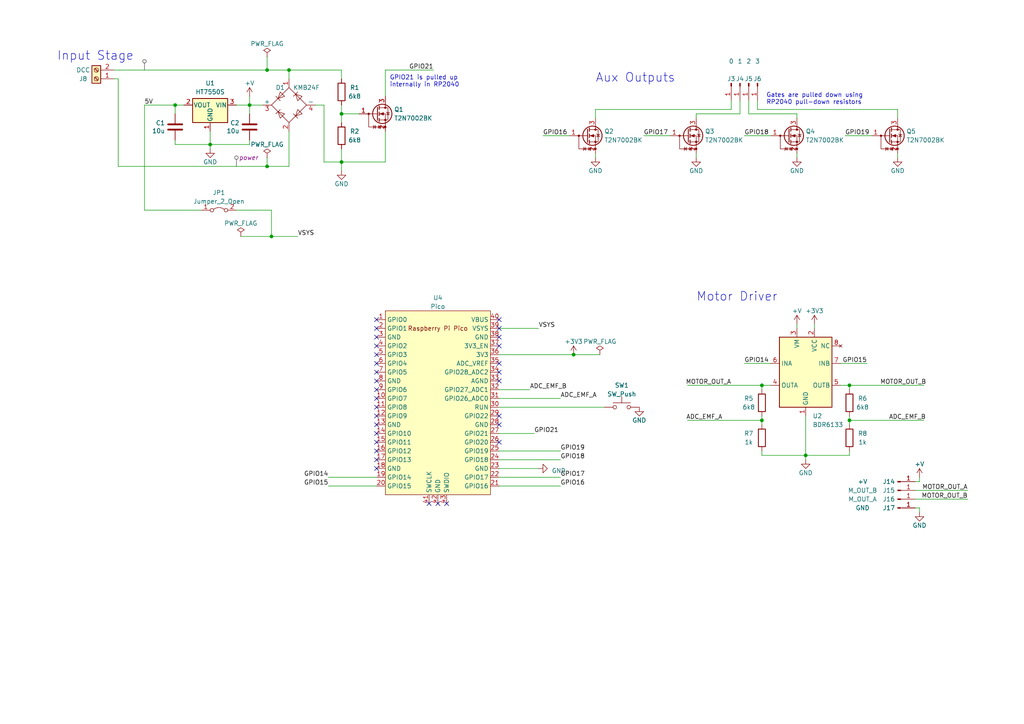
<source format=kicad_sch>
(kicad_sch (version 20230121) (generator eeschema)
  (paper "A4")
  (title_block (title "Pico DCC Decoder") (date "2024-10-26") (rev "2.0"))
  (lib_symbols
    (symbol "+3V3_1" (power) (pin_names (offset 0))
      (property "Value" "+3V3_1" (at 0 3.556 0))
      (symbol "+3V3_1_0_1"
        (polyline (pts (xy -0.762 1.27) (xy 0 2.54)))
        (polyline (pts (xy 0 0) (xy 0 2.54)))
        (polyline (pts (xy 0 2.54) (xy 0.762 1.27)))
      )
      (symbol "+3V3_1_1_1"
        (pin power_in line (at 0 0 90) (length 0) hide (name "+3V3") (number "1"))
      )
    )
    (symbol "Connector:Conn_01x01_Male" (pin_names (offset 1.016) hide)
      (property "Reference" "J" (at 0 2.54 0))
      (property "Value" "Conn_01x01_Male" (at 0 -2.54 0))
      (symbol "Conn_01x01_Male_1_1"
        (polyline (pts (xy 1.27 0) (xy 0.8636 0)) (stroke (width 0.1524)))
        (rectangle (start 0.8636 0.127) (end 0 -0.127) (stroke (width 0.1524)) (fill (type outline)))
        (pin passive line (at 5.08 0 180) (length 3.81) (name "Pin_1") (number "1"))
      )
    )
    (symbol "Connector:Screw_Terminal_01x02" (pin_names (offset 1.016) hide)
      (property "Reference" "J" (at 0 2.54 0))
      (property "Value" "Screw_Terminal_01x02" (at 0 -5.08 0))
      (symbol "Screw_Terminal_01x02_1_1"
        (rectangle (start -1.27 1.27) (end 1.27 -3.81) (stroke (width 0.254)) (fill (type background)))
        (circle (center 0 -2.54) (radius 0.635) (stroke (width 0.1524)))
        (polyline (pts (xy -0.5334 -2.2098) (xy 0.3302 -3.048)) (stroke (width 0.1524)))
        (polyline (pts (xy -0.5334 0.3302) (xy 0.3302 -0.508)) (stroke (width 0.1524)))
        (polyline (pts (xy -0.3556 -2.032) (xy 0.508 -2.8702)) (stroke (width 0.1524)))
        (polyline (pts (xy -0.3556 0.508) (xy 0.508 -0.3302)) (stroke (width 0.1524)))
        (circle (center 0 0) (radius 0.635) (stroke (width 0.1524)))
        (pin passive line (at -5.08 0 0) (length 3.81) (name "Pin_1") (number "1"))
        (pin passive line (at -5.08 -2.54 0) (length 3.81) (name "Pin_2") (number "2"))
      )
    )
    (symbol "Device:C" (pin_numbers hide) (pin_names (offset 0.254))
      (property "Reference" "C" (at 0.635 2.54 0))
      (property "Value" "C" (at 0.635 -2.54 0))
      (symbol "C_0_1"
        (polyline (pts (xy -2.032 -0.762) (xy 2.032 -0.762)) (stroke (width 0.508)))
        (polyline (pts (xy -2.032 0.762) (xy 2.032 0.762)) (stroke (width 0.508)))
      )
      (symbol "C_1_1"
        (pin passive line (at 0 3.81 270) (length 2.794) (name "~") (number "1"))
        (pin passive line (at 0 -3.81 90) (length 2.794) (name "~") (number "2"))
      )
    )
    (symbol "Device:R" (pin_numbers hide) (pin_names (offset 0))
      (property "Reference" "R" (at 2.032 0 90))
      (property "Value" "R" (at 0 0 90))
      (symbol "R_0_1"
        (rectangle (start -1.016 -2.54) (end 1.016 2.54) (stroke (width 0.254)))
      )
      (symbol "R_1_1"
        (pin passive line (at 0 3.81 270) (length 1.27) (name "~") (number "1"))
        (pin passive line (at 0 -3.81 90) (length 1.27) (name "~") (number "2"))
      )
    )
    (symbol "GND_1" (power) (pin_names (offset 0))
      (property "Value" "GND_1" (at 0 -3.81 0))
      (symbol "GND_1_0_1"
        (polyline (pts (xy 0 0) (xy 0 -1.27) (xy 1.27 -1.27) (xy 0 -2.54) (xy -1.27 -1.27) (xy 0 -1.27)))
      )
      (symbol "GND_1_1_1"
        (pin power_in line (at 0 0 270) (length 0) hide (name "GND") (number "1"))
      )
    )
    (symbol "Jumper:Jumper_2_Bridged" (pin_names (offset 0) hide)
      (property "Reference" "JP" (at 0 1.905 0))
      (property "Value" "Jumper_2_Bridged" (at 0 -2.54 0))
      (symbol "Jumper_2_Bridged_0_0"
        (circle (center -2.032 0) (radius 0.508))
        (circle (center 2.032 0) (radius 0.508))
      )
      (symbol "Jumper_2_Bridged_0_1"
        (arc (start 1.524 0.254) (mid 0 0.762) (end -1.524 0.254))
      )
      (symbol "Jumper_2_Bridged_1_1"
        (pin passive line (at -5.08 0 0) (length 2.54) (name "A") (number "1"))
        (pin passive line (at 5.08 0 180) (length 2.54) (name "B") (number "2"))
      )
    )
    (symbol "MCU_RaspberryPi_and_Boards:Pico"
      (property "Reference" "U" (at -13.97 27.94 0))
      (property "Value" "Pico" (at 0 19.05 0))
      (symbol "Pico_0_0"
        (text "Raspberry Pi Pico" (at 0 21.59 0) (effects (font (size 1.27 1.27))))
      )
      (symbol "Pico_0_1"
        (rectangle (start -15.24 26.67) (end 15.24 -26.67) (fill (type background)))
      )
      (symbol "Pico_1_1"
        (pin bidirectional line (at -17.78 24.13 0) (length 2.54) (name "GPIO0") (number "1"))
        (pin bidirectional line (at -17.78 1.27 0) (length 2.54) (name "GPIO7") (number "10"))
        (pin bidirectional line (at -17.78 -1.27 0) (length 2.54) (name "GPIO8") (number "11"))
        (pin bidirectional line (at -17.78 -3.81 0) (length 2.54) (name "GPIO9") (number "12"))
        (pin power_in line (at -17.78 -6.35 0) (length 2.54) (name "GND") (number "13"))
        (pin bidirectional line (at -17.78 -8.89 0) (length 2.54) (name "GPIO10") (number "14"))
        (pin bidirectional line (at -17.78 -11.43 0) (length 2.54) (name "GPIO11") (number "15"))
        (pin bidirectional line (at -17.78 -13.97 0) (length 2.54) (name "GPIO12") (number "16"))
        (pin bidirectional line (at -17.78 -16.51 0) (length 2.54) (name "GPIO13") (number "17"))
        (pin power_in line (at -17.78 -19.05 0) (length 2.54) (name "GND") (number "18"))
        (pin bidirectional line (at -17.78 -21.59 0) (length 2.54) (name "GPIO14") (number "19"))
        (pin bidirectional line (at -17.78 21.59 0) (length 2.54) (name "GPIO1") (number "2"))
        (pin bidirectional line (at -17.78 -24.13 0) (length 2.54) (name "GPIO15") (number "20"))
        (pin bidirectional line (at 17.78 -24.13 180) (length 2.54) (name "GPIO16") (number "21"))
        (pin bidirectional line (at 17.78 -21.59 180) (length 2.54) (name "GPIO17") (number "22"))
        (pin power_in line (at 17.78 -19.05 180) (length 2.54) (name "GND") (number "23"))
        (pin bidirectional line (at 17.78 -16.51 180) (length 2.54) (name "GPIO18") (number "24"))
        (pin bidirectional line (at 17.78 -13.97 180) (length 2.54) (name "GPIO19") (number "25"))
        (pin bidirectional line (at 17.78 -11.43 180) (length 2.54) (name "GPIO20") (number "26"))
        (pin bidirectional line (at 17.78 -8.89 180) (length 2.54) (name "GPIO21") (number "27"))
        (pin power_in line (at 17.78 -6.35 180) (length 2.54) (name "GND") (number "28"))
        (pin bidirectional line (at 17.78 -3.81 180) (length 2.54) (name "GPIO22") (number "29"))
        (pin power_in line (at -17.78 19.05 0) (length 2.54) (name "GND") (number "3"))
        (pin input line (at 17.78 -1.27 180) (length 2.54) (name "RUN") (number "30"))
        (pin bidirectional line (at 17.78 1.27 180) (length 2.54) (name "GPIO26_ADC0") (number "31"))
        (pin bidirectional line (at 17.78 3.81 180) (length 2.54) (name "GPIO27_ADC1") (number "32"))
        (pin power_in line (at 17.78 6.35 180) (length 2.54) (name "AGND") (number "33"))
        (pin bidirectional line (at 17.78 8.89 180) (length 2.54) (name "GPIO28_ADC2") (number "34"))
        (pin power_in line (at 17.78 11.43 180) (length 2.54) (name "ADC_VREF") (number "35"))
        (pin power_in line (at 17.78 13.97 180) (length 2.54) (name "3V3") (number "36"))
        (pin input line (at 17.78 16.51 180) (length 2.54) (name "3V3_EN") (number "37"))
        (pin bidirectional line (at 17.78 19.05 180) (length 2.54) (name "GND") (number "38"))
        (pin power_in line (at 17.78 21.59 180) (length 2.54) (name "VSYS") (number "39"))
        (pin bidirectional line (at -17.78 16.51 0) (length 2.54) (name "GPIO2") (number "4"))
        (pin power_in line (at 17.78 24.13 180) (length 2.54) (name "VBUS") (number "40"))
        (pin input line (at -2.54 -29.21 90) (length 2.54) (name "SWCLK") (number "41"))
        (pin power_in line (at 0 -29.21 90) (length 2.54) (name "GND") (number "42"))
        (pin bidirectional line (at 2.54 -29.21 90) (length 2.54) (name "SWDIO") (number "43"))
        (pin bidirectional line (at -17.78 13.97 0) (length 2.54) (name "GPIO3") (number "5"))
        (pin bidirectional line (at -17.78 11.43 0) (length 2.54) (name "GPIO4") (number "6"))
        (pin bidirectional line (at -17.78 8.89 0) (length 2.54) (name "GPIO5") (number "7"))
        (pin power_in line (at -17.78 6.35 0) (length 2.54) (name "GND") (number "8"))
        (pin bidirectional line (at -17.78 3.81 0) (length 2.54) (name "GPIO6") (number "9"))
      )
    )
    (symbol "RP2040-Decoder_Additional_Symbols:+V" (power) (pin_names (offset 0))
      (property "Value" "+V" (at 0 3.556 0))
      (symbol "+V_0_1"
        (polyline (pts (xy -0.762 1.27) (xy 0 2.54)))
        (polyline (pts (xy 0 0) (xy 0 2.54)))
        (polyline (pts (xy 0 2.54) (xy 0.762 1.27)))
      )
      (symbol "+V_1_1"
        (pin power_in line (at 0 0 90) (length 0) hide (name "+V") (number "1"))
      )
    )
    (symbol "RP2040-Decoder_Additional_Symbols:BDR6133"
      (property "Reference" "U" (at 6.35 11.43 0))
      (property "Value" "BDR6133" (at -10.16 11.43 0))
      (symbol "BDR6133_0_1"
        (rectangle (start -7.62 10.16) (end 7.62 -10.16) (stroke (width 0.254)) (fill (type background)))
      )
      (symbol "BDR6133_1_1"
        (pin power_in line (at 0 -12.7 90) (length 2.54) (name "GND") (number "1"))
        (pin power_in line (at 2.54 12.7 270) (length 2.54) (name "VCC") (number "2"))
        (pin power_in line (at -2.54 12.7 270) (length 2.54) (name "VM") (number "3"))
        (pin output line (at -10.16 -3.81 0) (length 2.54) (name "OUTA") (number "4"))
        (pin output line (at 10.16 -3.81 180) (length 2.54) (name "OUTB") (number "5"))
        (pin input line (at -10.16 2.54 0) (length 2.54) (name "INA") (number "6"))
        (pin input line (at 10.16 2.54 180) (length 2.54) (name "INB") (number "7"))
        (pin no_connect line (at 10.16 7.62 180) (length 2.54) (name "NC") (number "8"))
        (pin passive line (at 0 -12.7 90) (length 2.54) hide (name "GND") (number "9"))
      )
    )
    (symbol "RP2040-Decoder_Additional_Symbols:HT7533S" (pin_names (offset 0.254))
      (property "Reference" "U" (at -3.81 3.175 0))
      (property "Value" "HT7533S" (at 0 3.175 0))
      (symbol "HT7533S_0_1"
        (rectangle (start -5.08 1.905) (end 5.08 -5.08) (stroke (width 0.254)) (fill (type background)))
      )
      (symbol "HT7533S_1_1"
        (pin power_in line (at 0 -7.62 90) (length 2.54) (name "GND") (number "1"))
        (pin power_out line (at 7.62 0 180) (length 2.54) (name "VOUT") (number "2"))
        (pin power_in line (at -7.62 0 0) (length 2.54) (name "VIN") (number "3"))
      )
    )
    (symbol "RP2040-Decoder_Additional_Symbols:KMB24F" (pin_names (offset 0))
      (property "Reference" "D" (at 2.54 6.985 0))
      (property "Value" "KMB24F" (at 2.54 5.08 0))
      (symbol "KMB24F_0_1"
        (polyline (pts (xy -2.54 3.81) (xy -1.27 2.54)))
        (polyline (pts (xy -1.27 -2.54) (xy -2.54 -3.81)))
        (polyline (pts (xy 2.54 -1.27) (xy 3.81 -2.54)))
        (polyline (pts (xy 2.54 1.27) (xy 3.81 2.54)))
        (polyline (pts (xy -3.81 2.54) (xy -2.54 1.27) (xy -1.905 3.175) (xy -3.81 2.54)))
        (polyline (pts (xy -2.54 -1.27) (xy -3.81 -2.54) (xy -1.905 -3.175) (xy -2.54 -1.27)))
        (polyline (pts (xy 1.27 2.54) (xy 2.54 3.81) (xy 3.175 1.905) (xy 1.27 2.54)))
        (polyline (pts (xy 3.175 -1.905) (xy 1.27 -2.54) (xy 2.54 -3.81) (xy 3.175 -1.905)))
        (polyline (pts (xy -5.08 0) (xy 0 -5.08) (xy 5.08 0) (xy 0 5.08) (xy -5.08 0)))
      )
      (symbol "KMB24F_1_1"
        (pin power_in line (at 0 -7.62 90) (length 2.54) (name "~") (number "1"))
        (pin power_in line (at 0 7.62 270) (length 2.54) (name "~") (number "2"))
        (pin power_out line (at 7.62 0 180) (length 2.54) (name "+") (number "3"))
        (pin power_out line (at -7.62 0 0) (length 2.54) (name "-") (number "4"))
      )
    )
    (symbol "RP2040-Decoder_Additional_Symbols:T2N7002BK" (pin_names (offset 0) hide)
      (property "Reference" "Q" (at 5.08 1.905 0))
      (property "Value" "T2N7002BK" (at 5.08 0 0))
      (symbol "T2N7002BK_0_1"
        (polyline (pts (xy 2.54 -3.81) (xy -2.286 -3.81) (xy -2.286 0)))
      )
      (symbol "T2N7002BK_1_1"
        (circle (center -2.286 0) (radius 0.254) (fill (type outline)))
        (polyline (pts (xy 0.254 0) (xy -2.54 0)))
        (polyline (pts (xy 0.254 1.905) (xy 0.254 -1.905)) (stroke (width 0.254)))
        (polyline (pts (xy 0.762 -1.27) (xy 0.762 -2.286)) (stroke (width 0.254)))
        (polyline (pts (xy 0.762 0.508) (xy 0.762 -0.508)) (stroke (width 0.254)))
        (polyline (pts (xy 0.762 2.286) (xy 0.762 1.27)) (stroke (width 0.254)))
        (polyline (pts (xy 2.54 2.54) (xy 2.54 1.778)))
        (polyline (pts (xy 2.54 -2.54) (xy 2.54 0) (xy 0.762 0)))
        (polyline (pts (xy -1.016 -4.318) (xy -0.889 -4.191) (xy -0.889 -3.429) (xy -0.762 -3.302)))
        (polyline (pts (xy -0.889 -3.81) (xy -0.254 -4.191) (xy -0.254 -3.429) (xy -0.889 -3.81)))
        (polyline (pts (xy 0.762 -1.778) (xy 3.302 -1.778) (xy 3.302 1.778) (xy 0.762 1.778)))
        (polyline (pts (xy 1.016 0) (xy 2.032 0.381) (xy 2.032 -0.381) (xy 1.016 0)) (fill (type outline)))
        (polyline (pts (xy 1.143 -3.81) (xy 0.508 -3.429) (xy 0.508 -4.191) (xy 1.143 -3.81)))
        (polyline (pts (xy 1.27 -3.302) (xy 1.143 -3.429) (xy 1.143 -4.191) (xy 1.016 -4.318)))
        (polyline (pts (xy 2.794 0.508) (xy 2.921 0.381) (xy 3.683 0.381) (xy 3.81 0.254)))
        (polyline (pts (xy 3.302 0.381) (xy 2.921 -0.254) (xy 3.683 -0.254) (xy 3.302 0.381)))
        (circle (center 1.651 0) (radius 2.794) (stroke (width 0.254)))
        (circle (center 2.54 -3.81) (radius 0.254) (fill (type outline)))
        (circle (center 2.54 -1.778) (radius 0.254) (fill (type outline)))
        (circle (center 2.54 1.778) (radius 0.254) (fill (type outline)))
        (pin input line (at -5.08 0 0) (length 2.54) (name "G") (number "1"))
        (pin passive line (at 2.54 -5.08 90) (length 2.54) (name "S") (number "2"))
        (pin passive line (at 2.54 5.08 270) (length 2.54) (name "D") (number "3"))
      )
    )
    (symbol "Switch:SW_Push" (pin_numbers hide) (pin_names (offset 1.016) hide)
      (property "Reference" "SW" (at 1.27 2.54 0))
      (property "Value" "SW_Push" (at 0 -1.524 0))
      (symbol "SW_Push_0_1"
        (circle (center -2.032 0) (radius 0.508))
        (polyline (pts (xy 0 1.27) (xy 0 3.048)))
        (polyline (pts (xy 2.54 1.27) (xy -2.54 1.27)))
        (circle (center 2.032 0) (radius 0.508))
        (pin passive line (at -5.08 0 0) (length 2.54) (name "1") (number "1"))
        (pin passive line (at 5.08 0 180) (length 2.54) (name "2") (number "2"))
      )
    )
    (symbol "power:+3V3" (power) (pin_names (offset 0))
      (property "Value" "+3V3" (at 0 3.556 0))
      (symbol "+3V3_0_1"
        (polyline (pts (xy -0.762 1.27) (xy 0 2.54)))
        (polyline (pts (xy 0 0) (xy 0 2.54)))
        (polyline (pts (xy 0 2.54) (xy 0.762 1.27)))
      )
      (symbol "+3V3_1_1"
        (pin power_in line (at 0 0 90) (length 0) hide (name "+3V3") (number "1"))
      )
    )
    (symbol "power:GND" (power) (pin_names (offset 0))
      (property "Value" "GND" (at 0 -3.81 0))
      (symbol "GND_0_1"
        (polyline (pts (xy 0 0) (xy 0 -1.27) (xy 1.27 -1.27) (xy 0 -2.54) (xy -1.27 -1.27) (xy 0 -1.27)))
      )
      (symbol "GND_1_1"
        (pin power_in line (at 0 0 270) (length 0) hide (name "GND") (number "1"))
      )
    )
    (symbol "power:PWR_FLAG" (power) (pin_numbers hide) (pin_names (offset 0) hide)
      (property "Value" "PWR_FLAG" (at 0 3.81 0))
      (symbol "PWR_FLAG_0_0"
        (pin power_out line (at 0 0 90) (length 0) (name "pwr") (number "1"))
      )
      (symbol "PWR_FLAG_0_1"
        (polyline (pts (xy 0 0) (xy 0 1.27) (xy -1.016 1.905) (xy 0 2.54) (xy 1.016 1.905) (xy 0 1.27)))
      )
    )
  )
  (junction (at 233.68 132.08))
  (junction (at 99.06 46.99))
  (junction (at 83.82 20.32))
  (junction (at 166.37 102.87))
  (junction (at 60.96 41.91))
  (junction (at 246.38 111.76))
  (junction (at 99.06 33.02))
  (junction (at 77.47 20.32))
  (junction (at 77.47 48.26))
  (junction (at 50.8 30.48))
  (junction (at 246.38 121.92))
  (junction (at 220.98 121.92))
  (junction (at 78.74 68.58))
  (junction (at 220.98 111.76))
  (junction (at 72.39 30.48))
  (no_connect (at 109.22 113.03))
  (no_connect (at 109.22 133.35))
  (no_connect (at 109.22 123.19))
  (no_connect (at 109.22 95.25))
  (no_connect (at 109.22 92.71))
  (no_connect (at 144.78 107.95))
  (no_connect (at 109.22 97.79))
  (no_connect (at 144.78 100.33))
  (no_connect (at 144.78 95.25))
  (no_connect (at 109.22 128.27))
  (no_connect (at 109.22 130.81))
  (no_connect (at 109.22 102.87))
  (no_connect (at 144.78 123.19))
  (no_connect (at 109.22 118.11))
  (no_connect (at 109.22 115.57))
  (no_connect (at 144.78 97.79))
  (no_connect (at 124.46 146.05))
  (no_connect (at 109.22 105.41))
  (no_connect (at 109.22 110.49))
  (no_connect (at 109.22 135.89))
  (no_connect (at 144.78 110.49))
  (no_connect (at 144.78 92.71))
  (no_connect (at 109.22 125.73))
  (no_connect (at 144.78 128.27))
  (no_connect (at 127 146.05))
  (no_connect (at 144.78 120.65))
  (no_connect (at 129.54 146.05))
  (no_connect (at 109.22 107.95))
  (no_connect (at 109.22 120.65))
  (no_connect (at 109.22 100.33))
  (no_connect (at 144.78 105.41))
  (wire (pts (xy 246.38 113.03) (xy 246.38 111.76)))
  (wire (pts (xy 233.68 132.08) (xy 220.98 132.08)))
  (wire (pts (xy 260.35 44.45) (xy 260.35 45.72)))
  (wire (pts (xy 34.29 48.26) (xy 77.47 48.26)))
  (wire (pts (xy 157.48 39.37) (xy 165.1 39.37)))
  (wire (pts (xy 215.9 39.37) (xy 223.52 39.37)))
  (wire (pts (xy 199.39 121.92) (xy 220.98 121.92)))
  (wire (pts (xy 68.58 60.96) (xy 78.74 60.96)))
  (wire (pts (xy 60.96 41.91) (xy 72.39 41.91)))
  (wire (pts (xy 233.68 132.08) (xy 233.68 133.35)))
  (wire (pts (xy 144.78 130.81) (xy 162.56 130.81)))
  (wire (pts (xy 34.29 48.26) (xy 34.29 22.86)))
  (wire (pts (xy 144.78 125.73) (xy 154.94 125.73)))
  (wire (pts (xy 214.63 29.21) (xy 214.63 33.02)))
  (wire (pts (xy 172.72 44.45) (xy 172.72 45.72)))
  (wire (pts (xy 266.7 147.32) (xy 266.7 148.59)))
  (wire (pts (xy 231.14 33.02) (xy 231.14 34.29)))
  (wire (pts (xy 33.02 20.32) (xy 77.47 20.32)))
  (wire (pts (xy 220.98 111.76) (xy 223.52 111.76)))
  (wire (pts (xy 144.78 135.89) (xy 156.21 135.89)))
  (wire (pts (xy 215.9 105.41) (xy 223.52 105.41)))
  (wire (pts (xy 34.29 22.86) (xy 33.02 22.86)))
  (wire (pts (xy 243.84 105.41) (xy 251.46 105.41)))
  (wire (pts (xy 99.06 33.02) (xy 104.14 33.02)))
  (wire (pts (xy 144.78 95.25) (xy 156.21 95.25)))
  (wire (pts (xy 99.06 46.99) (xy 111.76 46.99)))
  (wire (pts (xy 72.39 30.48) (xy 68.58 30.48)))
  (wire (pts (xy 220.98 130.81) (xy 220.98 132.08)))
  (wire (pts (xy 144.78 102.87) (xy 166.37 102.87)))
  (wire (pts (xy 99.06 43.18) (xy 99.06 46.99)))
  (wire (pts (xy 93.98 30.48) (xy 93.98 46.99)))
  (wire (pts (xy 144.78 138.43) (xy 162.56 138.43)))
  (wire (pts (xy 201.93 33.02) (xy 214.63 33.02)))
  (wire (pts (xy 220.98 121.92) (xy 220.98 120.65)))
  (wire (pts (xy 76.2 30.48) (xy 72.39 30.48)))
  (wire (pts (xy 144.78 113.03) (xy 153.67 113.03)))
  (wire (pts (xy 50.8 30.48) (xy 53.34 30.48)))
  (wire (pts (xy 78.74 60.96) (xy 78.74 68.58)))
  (wire (pts (xy 72.39 30.48) (xy 72.39 27.94)))
  (wire (pts (xy 265.43 147.32) (xy 266.7 147.32)))
  (wire (pts (xy 212.09 29.21) (xy 212.09 31.75)))
  (wire (pts (xy 83.82 20.32) (xy 99.06 20.32)))
  (wire (pts (xy 60.96 41.91) (xy 50.8 41.91)))
  (wire (pts (xy 50.8 40.64) (xy 50.8 41.91)))
  (wire (pts (xy 50.8 30.48) (xy 50.8 33.02)))
  (wire (pts (xy 212.09 31.75) (xy 172.72 31.75)))
  (wire (pts (xy 186.69 39.37) (xy 194.31 39.37)))
  (wire (pts (xy 246.38 111.76) (xy 267.97 111.76)))
  (wire (pts (xy 220.98 123.19) (xy 220.98 121.92)))
  (wire (pts (xy 95.25 138.43) (xy 109.22 138.43)))
  (wire (pts (xy 246.38 121.92) (xy 246.38 120.65)))
  (wire (pts (xy 77.47 48.26) (xy 83.82 48.26)))
  (wire (pts (xy 201.93 44.45) (xy 201.93 45.72)))
  (wire (pts (xy 266.7 138.43) (xy 266.7 139.7)))
  (wire (pts (xy 41.91 30.48) (xy 41.91 60.96)))
  (wire (pts (xy 219.71 29.21) (xy 219.71 31.75)))
  (wire (pts (xy 144.78 115.57) (xy 162.56 115.57)))
  (wire (pts (xy 99.06 20.32) (xy 99.06 22.86)))
  (wire (pts (xy 60.96 41.91) (xy 60.96 43.18)))
  (wire (pts (xy 41.91 60.96) (xy 58.42 60.96)))
  (wire (pts (xy 236.22 93.98) (xy 236.22 95.25)))
  (wire (pts (xy 199.39 111.76) (xy 220.98 111.76)))
  (wire (pts (xy 246.38 121.92) (xy 246.38 123.19)))
  (wire (pts (xy 246.38 111.76) (xy 243.84 111.76)))
  (wire (pts (xy 260.35 31.75) (xy 260.35 34.29)))
  (wire (pts (xy 83.82 38.1) (xy 83.82 48.26)))
  (wire (pts (xy 144.78 118.11) (xy 175.26 118.11)))
  (wire (pts (xy 166.37 102.87) (xy 173.99 102.87)))
  (wire (pts (xy 144.78 133.35) (xy 162.56 133.35)))
  (wire (pts (xy 95.25 140.97) (xy 109.22 140.97)))
  (wire (pts (xy 280.67 144.78) (xy 265.43 144.78)))
  (wire (pts (xy 172.72 31.75) (xy 172.72 34.29)))
  (wire (pts (xy 266.7 139.7) (xy 265.43 139.7)))
  (wire (pts (xy 246.38 121.92) (xy 267.97 121.92)))
  (wire (pts (xy 99.06 33.02) (xy 99.06 35.56)))
  (wire (pts (xy 245.11 39.37) (xy 252.73 39.37)))
  (wire (pts (xy 111.76 38.1) (xy 111.76 46.99)))
  (wire (pts (xy 219.71 31.75) (xy 260.35 31.75)))
  (wire (pts (xy 201.93 34.29) (xy 201.93 33.02)))
  (wire (pts (xy 41.91 30.48) (xy 50.8 30.48)))
  (wire (pts (xy 231.14 44.45) (xy 231.14 45.72)))
  (wire (pts (xy 91.44 30.48) (xy 93.98 30.48)))
  (wire (pts (xy 77.47 20.32) (xy 83.82 20.32)))
  (wire (pts (xy 217.17 33.02) (xy 231.14 33.02)))
  (wire (pts (xy 93.98 46.99) (xy 99.06 46.99)))
  (wire (pts (xy 72.39 30.48) (xy 72.39 33.02)))
  (wire (pts (xy 220.98 113.03) (xy 220.98 111.76)))
  (wire (pts (xy 231.14 93.98) (xy 231.14 95.25)))
  (wire (pts (xy 280.67 142.24) (xy 265.43 142.24)))
  (wire (pts (xy 77.47 16.51) (xy 77.47 20.32)))
  (wire (pts (xy 144.78 140.97) (xy 162.56 140.97)))
  (wire (pts (xy 83.82 22.86) (xy 83.82 20.32)))
  (wire (pts (xy 72.39 40.64) (xy 72.39 41.91)))
  (wire (pts (xy 217.17 29.21) (xy 217.17 33.02)))
  (wire (pts (xy 60.96 38.1) (xy 60.96 41.91)))
  (wire (pts (xy 111.76 20.32) (xy 111.76 27.94)))
  (wire (pts (xy 233.68 120.65) (xy 233.68 132.08)))
  (wire (pts (xy 69.85 68.58) (xy 78.74 68.58)))
  (wire (pts (xy 99.06 46.99) (xy 99.06 49.53)))
  (wire (pts (xy 77.47 45.72) (xy 77.47 48.26)))
  (wire (pts (xy 111.76 20.32) (xy 125.73 20.32)))
  (wire (pts (xy 246.38 130.81) (xy 246.38 132.08)))
  (wire (pts (xy 78.74 68.58) (xy 86.36 68.58)))
  (wire (pts (xy 99.06 30.48) (xy 99.06 33.02)))
  (wire (pts (xy 233.68 132.08) (xy 246.38 132.08)))
  (text "Gates are pulled down using\nRP2040 pull-down resistors" (at 222.25 30.48 0) (effects (font (size 1.27 1.27)) (justify left bottom)))
  (text "Motor Driver" (at 201.93 87.63 0) (effects (font (size 2.54 2.54)) (justify left bottom)))
  (text "GPIO21 is pulled up\ninternally in RP2040" (at 113.03 25.4 0) (effects (font (size 1.27 1.27)) (justify left bottom)))
  (text "Aux Outputs" (at 172.72 24.13 0) (effects (font (size 2.54 2.54)) (justify left bottom)))
  (text "Input Stage" (at 16.51 17.78 0) (effects (font (size 2.54 2.54)) (justify left bottom)))
  (label "MOTOR_OUT_B" (at 255.27 111.76 0))
  (label "GPIO19" (at 245.11 39.37 0))
  (label "ADC_EMF_A" (at 209.55 121.92 180))
  (label "GPIO21" (at 125.73 20.32 180))
  (label "VSYS" (at 156.21 95.25 0))
  (label "GPIO14" (at 95.25 138.43 180))
  (label "GPIO14" (at 215.9 105.41 0))
  (label "GPIO21" (at 154.94 125.73 0))
  (label "GPIO16" (at 157.48 39.37 0))
  (label "GPIO18" (at 215.9 39.37 0))
  (label "5V" (at 41.91 30.48 0))
  (label "GPIO15" (at 95.25 140.97 180))
  (label "MOTOR_OUT_A" (at 280.67 142.24 180))
  (label "VSYS" (at 86.36 68.58 0))
  (label "GPIO19" (at 162.56 130.81 0))
  (label "ADC_EMF_B" (at 153.67 113.03 0))
  (label "GPIO17" (at 162.56 138.43 0))
  (label "GPIO15" (at 251.46 105.41 180))
  (label "GPIO16" (at 162.56 140.97 0))
  (label "MOTOR_OUT_A" (at 212.09 111.76 180))
  (label "ADC_EMF_B" (at 257.81 121.92 0))
  (label "ADC_EMF_A" (at 162.56 115.57 0))
  (label "GPIO18" (at 162.56 133.35 0))
  (label "MOTOR_OUT_B" (at 280.67 144.78 180))
  (label "GPIO17" (at 186.69 39.37 0))
  (netclass_flag "" (length 2.54) (shape round) (at 41.91 20.32 0) (property "Netclass" "power" (effects hide)))
  (netclass_flag "" (length 2.54) (shape round) (at 68.58 48.26 0) (property "Netclass" "power" (at 69.2785 45.72 0) (effects (font italic) (justify left))))
  (symbol (lib_id "Device:C") (at 72.39 36.83 0) (mirror y) (unit 1)
    (property "Reference" "C2" (at 69.469 35.6616 0) (effects (justify left)))
    (property "Value" "10u" (at 69.469 37.973 0) (effects (justify left)))
    (property "Footprint" "Capacitor_SMD:C_1206_3216Metric_Pad1.33x1.80mm_HandSolder" (effects hide))
  )
  (symbol (lib_id "Device:C") (at 50.8 36.83 0) (mirror y) (unit 1)
    (property "Reference" "C1" (at 47.879 35.6616 0) (effects (justify left)))
    (property "Value" "10u" (at 47.879 37.973 0) (effects (justify left)))
    (property "Footprint" "Capacitor_SMD:C_1206_3216Metric_Pad1.33x1.80mm_HandSolder" (effects hide))
  )
  (symbol (lib_id "Device:R") (at 246.38 116.84 180) (unit 1)
    (property "Reference" "R6" (at 250.19 115.57 0))
    (property "Value" "6k8" (at 250.19 118.11 0))
    (property "Footprint" "Resistor_SMD:R_1206_3216Metric_Pad1.30x1.75mm_HandSolder" (effects hide))
  )
  (symbol (lib_id "Device:R") (at 246.38 127 180) (unit 1)
    (property "Reference" "R8" (at 250.19 125.73 0))
    (property "Value" "1k" (at 250.19 128.27 0))
    (property "Footprint" "Resistor_SMD:R_1206_3216Metric_Pad1.30x1.75mm_HandSolder" (effects hide))
  )
  (symbol (lib_id "Device:R") (at 220.98 127 180) (unit 1)
    (property "Reference" "R7" (at 217.17 125.73 0))
    (property "Value" "1k" (at 217.17 128.27 0))
    (property "Footprint" "Resistor_SMD:R_1206_3216Metric_Pad1.30x1.75mm_HandSolder" (effects hide))
  )
  (symbol (lib_id "Device:R") (at 220.98 116.84 180) (unit 1)
    (property "Reference" "R5" (at 217.17 115.57 0))
    (property "Value" "6k8" (at 217.17 118.11 0))
    (property "Footprint" "Resistor_SMD:R_1206_3216Metric_Pad1.30x1.75mm_HandSolder" (effects hide))
  )
  (symbol (lib_id "Device:R") (at 99.06 39.37 180) (unit 1)
    (property "Reference" "R2" (at 102.87 38.1 0))
    (property "Value" "6k8" (at 102.87 40.64 0))
    (property "Footprint" "Resistor_SMD:R_1206_3216Metric_Pad1.30x1.75mm_HandSolder" (effects hide))
  )
  (symbol (lib_id "power:GND") (at 266.7 148.59 0) (mirror y) (unit 1)
    (property "Reference" "#PWR021" (effects hide))
    (property "Value" "GND" (at 266.7 152.4 0))
  )
  (symbol (lib_id "MCU_RaspberryPi_and_Boards:Pico") (at 127 116.84 0) (unit 1)
    (property "Reference" "U4" (at 127 86.36 0))
    (property "Value" "Pico" (at 127 88.9 0))
    (property "Footprint" "MCU_RaspberryPi_and_Boards:RP2040Pico" (effects hide))
  )
  (symbol (lib_id "Connector:Conn_01x01_Male") (at 217.17 24.13 270) (unit 1)
    (property "Reference" "J5" (at 217.17 22.86 90))
    (property "Value" "2" (at 217.17 17.78 90))
    (property "Footprint" "TestPoint:TestPoint_Pad_D2.0mm" (effects hide))
  )
  (symbol (lib_id "power:PWR_FLAG") (at 69.85 68.58 0) (unit 1)
    (property "Reference" "#FLG05" (effects hide))
    (property "Value" "PWR_FLAG" (at 69.85 64.77 0))
  )
  (symbol (lib_id "Switch:SW_Push") (at 180.34 118.11 0) (unit 1)
    (property "Reference" "SW1" (at 180.34 111.76 0))
    (property "Value" "SW_Push" (at 180.34 114.3 0))
    (property "Footprint" "Button_Switch_SMD:SW_Tactile_SPST_NO_Straight_CK_PTS636Sx25SMTRLFS" (effects hide))
  )
  (symbol (lib_id "Connector:Screw_Terminal_01x02") (at 27.94 22.86 180) (unit 1)
    (property "Reference" "J8" (at 24.13 22.86 0))
    (property "Value" "DCC" (at 24.13 20.32 0))
    (property "Footprint" "TerminalBlock_Phoenix:TerminalBlock_Phoenix_PT-1,5-2-3.5-H_1x02_P3.50mm_Horizontal" (effects hide))
  )
  (symbol (lib_name "GND_1") (lib_id "power:GND") (at 156.21 135.89 90) (unit 1)
    (property "Reference" "#PWR01" (effects hide))
    (property "Value" "GND" (at 160.02 136.525 90) (effects (justify right)))
  )
  (symbol (lib_id "RP2040-Decoder_Additional_Symbols:T2N7002BK") (at 109.22 33.02 0) (unit 1)
    (property "Reference" "Q1" (at 114.3 31.75 0) (effects (justify left)))
    (property "Value" "T2N7002BK" (at 114.3 34.29 0) (effects (justify left)))
    (property "Footprint" "Package_TO_SOT_SMD:SOT-23" (effects hide))
    (property "Datasheet" "https://datasheet.lcsc.com/lcsc/1810271831_TOSHIBA-T2N7002BK-LM_C146372.pdf" (effects hide))
  )
  (symbol (lib_id "power:GND") (at 233.68 133.35 0) (unit 1)
    (property "Reference" "#PWR019" (effects hide))
    (property "Value" "GND" (at 233.68 137.16 0))
  )
  (symbol (lib_id "RP2040-Decoder_Additional_Symbols:HT7533S") (at 60.96 30.48 0) (mirror y) (unit 1)
    (property "Reference" "U1" (at 60.96 24.13 0))
    (property "Value" "HT7550S" (at 60.96 26.67 0))
    (property "Footprint" "Package_TO_SOT_SMD:SOT-23" (effects hide))
    (property "Datasheet" "https://datasheet.lcsc.com/lcsc/2311091732_UMW-Youtai-Semiconductor-Co---Ltd--HT7533S_C347215.pdf" (effects hide))
  )
  (symbol (lib_id "Device:R") (at 99.06 26.67 180) (unit 1)
    (property "Reference" "R1" (at 102.87 25.4 0))
    (property "Value" "6k8" (at 102.87 27.94 0))
    (property "Footprint" "Resistor_SMD:R_1206_3216Metric_Pad1.30x1.75mm_HandSolder" (effects hide))
  )
  (symbol (lib_id "power:GND") (at 260.35 45.72 0) (unit 1)
    (property "Reference" "#PWR07" (effects hide))
    (property "Value" "GND" (at 260.35 49.53 0))
  )
  (symbol (lib_id "RP2040-Decoder_Additional_Symbols:T2N7002BK") (at 228.6 39.37 0) (unit 1)
    (property "Reference" "Q4" (at 233.68 38.1 0) (effects (justify left)))
    (property "Value" "T2N7002BK" (at 233.68 40.64 0) (effects (justify left)))
    (property "Footprint" "Package_TO_SOT_SMD:SOT-23" (effects hide))
    (property "Datasheet" "https://datasheet.lcsc.com/lcsc/1810271831_TOSHIBA-T2N7002BK-LM_C146372.pdf" (effects hide))
  )
  (symbol (lib_id "Connector:Conn_01x01_Male") (at 260.35 147.32 0) (unit 1)
    (property "Reference" "J17" (at 257.81 147.32 0))
    (property "Value" "GND" (at 250.19 147.32 0))
    (property "Footprint" "TestPoint:TestPoint_Pad_D2.0mm" (effects hide))
  )
  (symbol (lib_id "Connector:Conn_01x01_Male") (at 212.09 24.13 270) (unit 1)
    (property "Reference" "J3" (at 212.09 22.86 90))
    (property "Value" "0" (at 212.09 17.78 90))
    (property "Footprint" "TestPoint:TestPoint_Pad_D2.0mm" (effects hide))
  )
  (symbol (lib_id "power:PWR_FLAG") (at 77.47 16.51 0) (unit 1)
    (property "Reference" "#FLG02" (effects hide))
    (property "Value" "PWR_FLAG" (at 77.47 12.7 0))
  )
  (symbol (lib_id "power:GND") (at 201.93 45.72 0) (unit 1)
    (property "Reference" "#PWR05" (effects hide))
    (property "Value" "GND" (at 201.93 49.53 0))
  )
  (symbol (lib_id "RP2040-Decoder_Additional_Symbols:T2N7002BK") (at 170.18 39.37 0) (unit 1)
    (property "Reference" "Q2" (at 175.26 38.1 0) (effects (justify left)))
    (property "Value" "T2N7002BK" (at 175.26 40.64 0) (effects (justify left)))
    (property "Footprint" "Package_TO_SOT_SMD:SOT-23" (effects hide))
    (property "Datasheet" "https://datasheet.lcsc.com/lcsc/1810271831_TOSHIBA-T2N7002BK-LM_C146372.pdf" (effects hide))
  )
  (symbol (lib_id "power:PWR_FLAG") (at 173.99 102.87 0) (unit 1)
    (property "Reference" "#FLG04" (effects hide))
    (property "Value" "PWR_FLAG" (at 173.99 99.06 0))
  )
  (symbol (lib_id "power:GND") (at 60.96 43.18 0) (unit 1)
    (property "Reference" "#PWR03" (effects hide))
    (property "Value" "GND" (at 60.96 46.99 0))
  )
  (symbol (lib_id "Connector:Conn_01x01_Male") (at 260.35 142.24 0) (unit 1)
    (property "Reference" "J15" (at 257.81 142.24 0))
    (property "Value" "M_OUT_B" (at 250.19 142.24 0))
    (property "Footprint" "TestPoint:TestPoint_Pad_D2.0mm" (effects hide))
  )
  (symbol (lib_id "power:PWR_FLAG") (at 77.47 45.72 0) (unit 1)
    (property "Reference" "#FLG01" (effects hide))
    (property "Value" "PWR_FLAG" (at 77.47 41.91 0))
  )
  (symbol (lib_id "power:GND") (at 185.42 118.11 0) (unit 1)
    (property "Reference" "#PWR023" (effects hide))
    (property "Value" "GND" (at 185.42 121.92 0))
  )
  (symbol (lib_id "RP2040-Decoder_Additional_Symbols:+V") (at 72.39 27.94 0) (unit 1)
    (property "Reference" "#PWR02" (effects hide))
    (property "Value" "+V" (at 72.39 24.13 0))
  )
  (symbol (lib_id "RP2040-Decoder_Additional_Symbols:T2N7002BK") (at 257.81 39.37 0) (unit 1)
    (property "Reference" "Q5" (at 262.89 38.1 0) (effects (justify left)))
    (property "Value" "T2N7002BK" (at 262.89 40.64 0) (effects (justify left)))
    (property "Footprint" "Package_TO_SOT_SMD:SOT-23" (effects hide))
    (property "Datasheet" "https://datasheet.lcsc.com/lcsc/1810271831_TOSHIBA-T2N7002BK-LM_C146372.pdf" (effects hide))
  )
  (symbol (lib_id "Connector:Conn_01x01_Male") (at 219.71 24.13 270) (unit 1)
    (property "Reference" "J6" (at 219.71 22.86 90))
    (property "Value" "3" (at 219.71 17.78 90))
    (property "Footprint" "TestPoint:TestPoint_Pad_D2.0mm" (effects hide))
  )
  (symbol (lib_id "Jumper:Jumper_2_Bridged") (at 63.5 60.96 0) (unit 1)
    (property "Reference" "JP1" (at 63.5 55.88 0))
    (property "Value" "Jumper_2_Open" (at 63.5 58.42 0))
    (property "Footprint" "Jumper:SolderJumper-2_P1.3mm_Open_Pad1.0x1.5mm" (effects hide))
  )
  (symbol (lib_name "+3V3_1") (lib_id "power:+3V3") (at 166.37 102.87 0) (unit 1)
    (property "Reference" "#PWR09" (effects hide))
    (property "Value" "+3V3" (at 166.37 99.06 0))
  )
  (symbol (lib_id "power:+3V3") (at 236.22 93.98 0) (mirror y) (unit 1)
    (property "Reference" "#PWR015" (effects hide))
    (property "Value" "+3V3" (at 236.22 90.17 0))
  )
  (symbol (lib_id "power:GND") (at 172.72 45.72 0) (unit 1)
    (property "Reference" "#PWR04" (effects hide))
    (property "Value" "GND" (at 172.72 49.53 0))
  )
  (symbol (lib_id "RP2040-Decoder_Additional_Symbols:T2N7002BK") (at 199.39 39.37 0) (unit 1)
    (property "Reference" "Q3" (at 204.47 38.1 0) (effects (justify left)))
    (property "Value" "T2N7002BK" (at 204.47 40.64 0) (effects (justify left)))
    (property "Footprint" "Package_TO_SOT_SMD:SOT-23" (effects hide))
    (property "Datasheet" "https://datasheet.lcsc.com/lcsc/1810271831_TOSHIBA-T2N7002BK-LM_C146372.pdf" (effects hide))
  )
  (symbol (lib_id "Connector:Conn_01x01_Male") (at 214.63 24.13 270) (unit 1)
    (property "Reference" "J4" (at 214.63 22.86 90))
    (property "Value" "1" (at 214.63 17.78 90))
    (property "Footprint" "TestPoint:TestPoint_Pad_D2.0mm" (effects hide))
  )
  (symbol (lib_id "RP2040-Decoder_Additional_Symbols:+V") (at 231.14 93.98 0) (unit 1)
    (property "Reference" "#PWR014" (effects hide))
    (property "Value" "+V" (at 231.14 90.17 0))
  )
  (symbol (lib_id "power:GND") (at 99.06 49.53 0) (mirror y) (unit 1)
    (property "Reference" "#PWR08" (effects hide))
    (property "Value" "GND" (at 99.06 53.34 0))
  )
  (symbol (lib_id "RP2040-Decoder_Additional_Symbols:KMB24F") (at 83.82 30.48 180) (unit 1)
    (property "Reference" "D1" (at 81.28 25.4 0))
    (property "Value" "KMB24F" (at 88.9 25.4 0))
    (property "Footprint" "Package_TO_SOT_SMD:TO-269AA" (effects hide))
    (property "Datasheet" "https://datasheet.lcsc.com/lcsc/2010151636_FUXINSEMI-KMB24F_C880910.pdf" (effects hide))
    (property "Comment" "TO-269AA = MBS" (effects hide))
  )
  (symbol (lib_id "RP2040-Decoder_Additional_Symbols:+V") (at 266.7 138.43 0) (unit 1)
    (property "Reference" "#PWR020" (effects hide))
    (property "Value" "+V" (at 266.7 134.62 0))
  )
  (symbol (lib_id "power:GND") (at 231.14 45.72 0) (unit 1)
    (property "Reference" "#PWR06" (effects hide))
    (property "Value" "GND" (at 231.14 49.53 0))
  )
  (symbol (lib_id "Connector:Conn_01x01_Male") (at 260.35 139.7 0) (unit 1)
    (property "Reference" "J14" (at 257.81 139.7 0))
    (property "Value" "+V" (at 250.19 139.7 0))
    (property "Footprint" "TestPoint:TestPoint_Pad_D2.0mm" (effects hide))
  )
  (symbol (lib_id "Connector:Conn_01x01_Male") (at 260.35 144.78 0) (unit 1)
    (property "Reference" "J16" (at 257.81 144.78 0))
    (property "Value" "M_OUT_A" (at 250.19 144.78 0))
    (property "Footprint" "TestPoint:TestPoint_Pad_D2.0mm" (effects hide))
  )
  (symbol (lib_id "RP2040-Decoder_Additional_Symbols:BDR6133") (at 233.68 107.95 0) (unit 1)
    (property "Reference" "U2" (at 235.6994 120.65 0) (effects (justify left)))
    (property "Value" "BDR6133" (at 235.6994 123.19 0) (effects (justify left)))
    (property "Footprint" "RP2040-Decoder_Additional_Footprints:SOIC-8-1EP_3.9x4.9mm_P1.27mm_EP2.41x3.3mm_ThermalVias" (effects hide))
    (property "Datasheet" "https://datasheet.lcsc.com/lcsc/2101211904_Bardeen-Micro--BDR6133_C2687793.pdf" (effects hide))
  )
)
</source>
